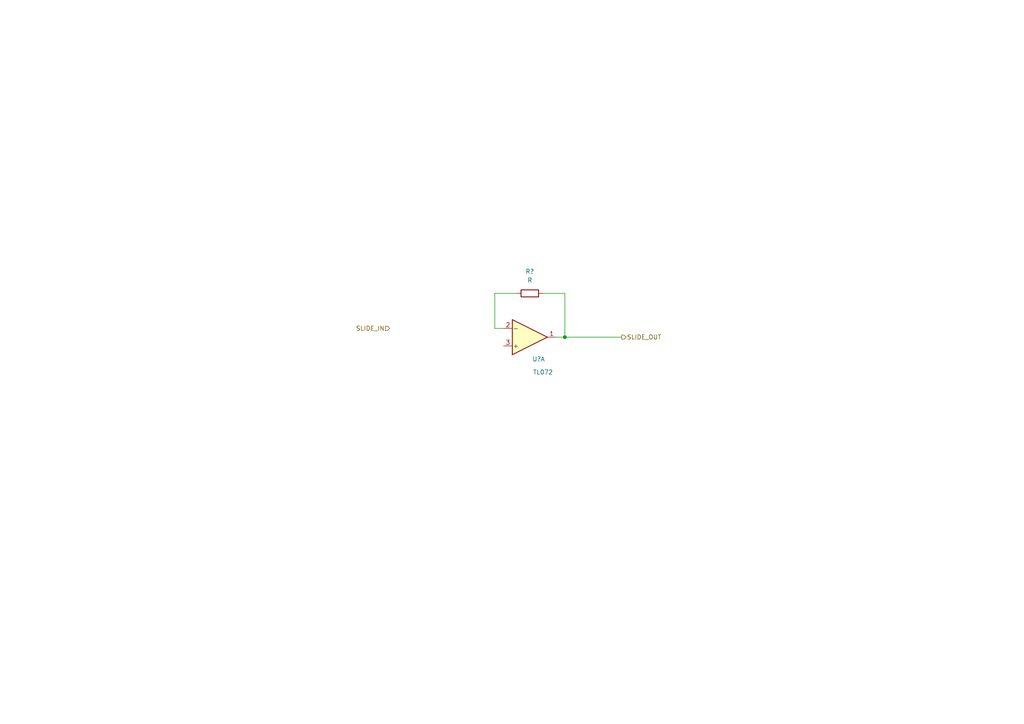
<source format=kicad_sch>
(kicad_sch (version 20211123) (generator eeschema)
  (paper "A4")
  (lib_symbols
    (symbol "Amplifier_Operational:TL072" (pin_names (offset 0.127))
      (property "Reference" "U" (at 0 5.08 0))
      (property "Value" "TL072" (at 0 -5.08 0))
      (symbol "TL072_1_1"
        (polyline (pts (xy -5.08 5.08) (xy 5.08 0) (xy -5.08 -5.08) (xy -5.08 5.08)) (stroke (width 0.254)) (fill (type background)))
        (pin output line (at 7.62 0 180) (length 2.54) (name "~") (number "1"))
        (pin input line (at -7.62 -2.54 0) (length 2.54) (name "-") (number "2"))
        (pin input line (at -7.62 2.54 0) (length 2.54) (name "+") (number "3"))
      )
      (symbol "TL072_2_1"
        (polyline (pts (xy -5.08 5.08) (xy 5.08 0) (xy -5.08 -5.08) (xy -5.08 5.08)) (stroke (width 0.254)) (fill (type background)))
        (pin input line (at -7.62 2.54 0) (length 2.54) (name "+") (number "5"))
        (pin input line (at -7.62 -2.54 0) (length 2.54) (name "-") (number "6"))
        (pin output line (at 7.62 0 180) (length 2.54) (name "~") (number "7"))
      )
      (symbol "TL072_3_1"
        (pin power_in line (at -2.54 -7.62 90) (length 3.81) (name "V-") (number "4"))
        (pin power_in line (at -2.54 7.62 270) (length 3.81) (name "V+") (number "8"))
      )
    )
    (symbol "Device:R" (pin_numbers hide) (pin_names (offset 0))
      (property "Reference" "R" (at 2.032 0 90))
      (property "Value" "R" (at 0 0 90))
      (symbol "R_0_1"
        (rectangle (start -1.016 -2.54) (end 1.016 2.54) (stroke (width 0.254)))
      )
      (symbol "R_1_1"
        (pin passive line (at 0 3.81 270) (length 1.27) (name "~") (number "1"))
        (pin passive line (at 0 -3.81 90) (length 1.27) (name "~") (number "2"))
      )
    )
  )
  (junction (at 163.83 97.79))
  (wire (pts (xy 146.05 95.25) (xy 143.51 95.25)))
  (wire (pts (xy 163.83 85.09) (xy 157.48 85.09)))
  (wire (pts (xy 163.83 97.79) (xy 163.83 85.09)))
  (wire (pts (xy 161.29 97.79) (xy 163.83 97.79)))
  (wire (pts (xy 143.51 85.09) (xy 149.86 85.09)))
  (wire (pts (xy 143.51 95.25) (xy 143.51 85.09)))
  (wire (pts (xy 163.83 97.79) (xy 180.34 97.79)))
  (hierarchical_label "SLIDE_OUT" (shape output) (at 180.34 97.79 0))
  (hierarchical_label "SLIDE_IN" (shape input) (at 113.03 95.25 180))
  (symbol (lib_id "Amplifier_Operational:TL072") (at 153.67 97.79 0) (mirror x) (unit 1)
    (property "Reference" "U?" (at 156.21 104.14 0))
    (property "Value" "TL072" (at 157.48 107.95 0))
    (property "Datasheet" "http://www.ti.com/lit/ds/symlink/tl071.pdf" (effects hide))
  )
  (symbol (lib_id "Device:R") (at 153.67 85.09 90) (unit 1)
    (property "Reference" "R?" (at 153.67 78.74 90))
    (property "Value" "R" (at 153.67 81.28 90))
  )
)
</source>
